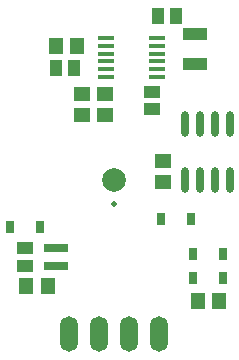
<source format=gbr>
%TF.GenerationSoftware,Altium Limited,Altium Designer,18.1.9 (240)*%
G04 Layer_Color=128*
%FSLAX45Y45*%
%MOMM*%
%TF.FileFunction,Paste,Bot*%
%TF.Part,Single*%
G01*
G75*
%TA.AperFunction,SMDPad,CuDef*%
%ADD19O,0.60000X2.20000*%
%ADD20R,2.10000X0.70000*%
%ADD21O,1.52400X3.00000*%
%ADD22C,0.50000*%
%ADD23C,2.00000*%
%ADD24R,0.80000X1.00000*%
%ADD25R,2.00000X1.00000*%
%ADD26R,1.40000X1.10000*%
%ADD27R,1.20000X1.40000*%
%ADD28R,1.10000X1.40000*%
%ADD29R,1.40000X1.20000*%
%ADD30R,1.39700X0.43180*%
D19*
X1699500Y2002847D02*
D03*
X1826500D02*
D03*
X1953500D02*
D03*
X2080500D02*
D03*
X1699500Y1522847D02*
D03*
X1826500D02*
D03*
X1953500D02*
D03*
X2080500D02*
D03*
D20*
X610000Y950000D02*
D03*
Y800000D02*
D03*
D21*
X1483000Y225000D02*
D03*
X1229000D02*
D03*
X975000D02*
D03*
X721000D02*
D03*
D22*
X1100000Y1325000D02*
D03*
D23*
Y1525000D02*
D03*
D24*
X1500000Y1200000D02*
D03*
X1750000D02*
D03*
X1775000Y700000D02*
D03*
X2025000D02*
D03*
X1775000Y900000D02*
D03*
X2025000D02*
D03*
X475000Y1125000D02*
D03*
X225000D02*
D03*
D25*
X1784200Y2760001D02*
D03*
Y2510001D02*
D03*
D26*
X350000Y950000D02*
D03*
Y800000D02*
D03*
X1425000Y2275000D02*
D03*
Y2125000D02*
D03*
D27*
X1810000Y500000D02*
D03*
X1990000D02*
D03*
X360000Y625000D02*
D03*
X540000D02*
D03*
X610001Y2659367D02*
D03*
X790000D02*
D03*
D28*
X1627058Y2912500D02*
D03*
X1477058D02*
D03*
X615000Y2472847D02*
D03*
X765000D02*
D03*
D29*
X1030000Y2252847D02*
D03*
Y2072847D02*
D03*
X830000Y2072847D02*
D03*
Y2252847D02*
D03*
X1516748Y1510000D02*
D03*
Y1690000D02*
D03*
D30*
X1031560Y2400287D02*
D03*
Y2466327D02*
D03*
Y2529827D02*
D03*
Y2595867D02*
D03*
Y2659367D02*
D03*
Y2725407D02*
D03*
X1468440D02*
D03*
Y2659367D02*
D03*
Y2595867D02*
D03*
Y2529827D02*
D03*
Y2466327D02*
D03*
Y2400287D02*
D03*
%TF.MD5,e01d00485949880680fac5c648a789b3*%
M02*

</source>
